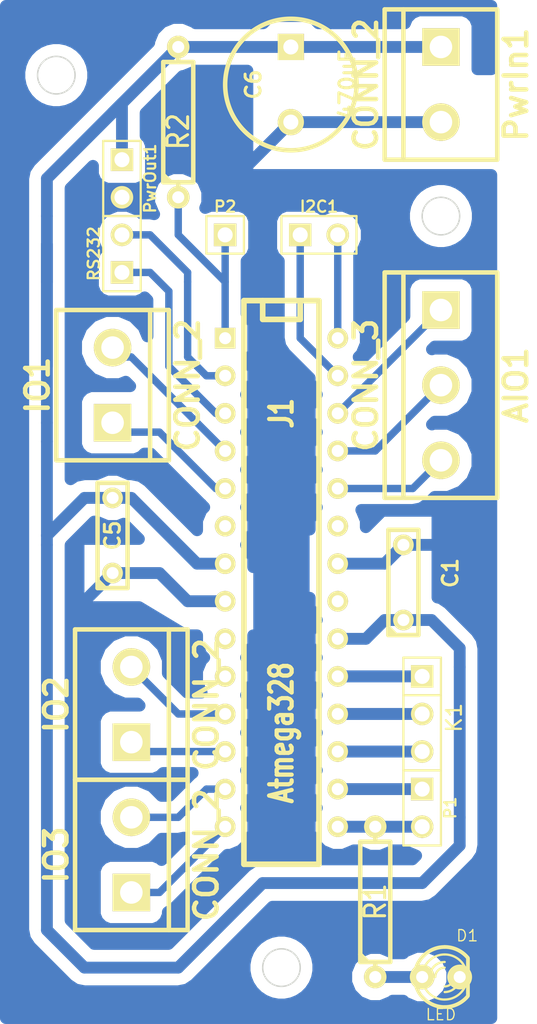
<source format=kicad_pcb>
(kicad_pcb (version 3) (host pcbnew "(2013-jul-07)-stable")

  (general
    (links 36)
    (no_connects 0)
    (area 189.23 73.342599 225.8694 143.46545)
    (thickness 1.6)
    (drawings 3)
    (tracks 95)
    (zones 0)
    (modules 18)
    (nets 23)
  )

  (page A3)
  (layers
    (15 F.Cu signal)
    (0 B.Cu mixed)
    (17 F.Adhes user)
    (19 F.Paste user)
    (21 F.SilkS user)
    (23 F.Mask user)
    (28 Edge.Cuts user)
  )

  (setup
    (last_trace_width 0.8)
    (trace_clearance 0.8)
    (zone_clearance 0.8)
    (zone_45_only no)
    (trace_min 0.254)
    (segment_width 0.2)
    (edge_width 0.1)
    (via_size 0.889)
    (via_drill 0.635)
    (via_min_size 0.889)
    (via_min_drill 0.508)
    (uvia_size 0.508)
    (uvia_drill 0.127)
    (uvias_allowed no)
    (uvia_min_size 0.508)
    (uvia_min_drill 0.127)
    (pcb_text_width 0.3)
    (pcb_text_size 1.5 1.5)
    (mod_edge_width 0.15)
    (mod_text_size 1 1)
    (mod_text_width 0.15)
    (pad_size 1.524 1.524)
    (pad_drill 1.016)
    (pad_to_mask_clearance 0.2)
    (solder_mask_min_width 0.3)
    (aux_axis_origin 0 0)
    (visible_elements FFFFFFBF)
    (pcbplotparams
      (layerselection 10485761)
      (usegerberextensions false)
      (excludeedgelayer false)
      (linewidth 0.150000)
      (plotframeref false)
      (viasonmask false)
      (mode 1)
      (useauxorigin false)
      (hpglpennumber 1)
      (hpglpenspeed 20)
      (hpglpendiameter 15)
      (hpglpenoverlay 2)
      (psnegative false)
      (psa4output false)
      (plotreference true)
      (plotvalue true)
      (plotothertext true)
      (plotinvisibletext false)
      (padsonsilk false)
      (subtractmaskfromsilk false)
      (outputformat 5)
      (mirror false)
      (drillshape 0)
      (scaleselection 1)
      (outputdirectory output/))
  )

  (net 0 "")
  (net 1 /5V)
  (net 2 GND)
  (net 3 N-0000010)
  (net 4 N-0000011)
  (net 5 N-0000012)
  (net 6 N-0000013)
  (net 7 N-0000014)
  (net 8 N-0000015)
  (net 9 N-0000016)
  (net 10 N-0000017)
  (net 11 N-0000018)
  (net 12 N-0000019)
  (net 13 N-0000020)
  (net 14 N-0000021)
  (net 15 N-0000022)
  (net 16 N-0000023)
  (net 17 N-0000024)
  (net 18 N-0000025)
  (net 19 N-0000026)
  (net 20 N-0000027)
  (net 21 N-000008)
  (net 22 N-000009)

  (net_class Default "This is the default net class."
    (clearance 0.8)
    (trace_width 0.8)
    (via_dia 0.889)
    (via_drill 0.635)
    (uvia_dia 0.508)
    (uvia_drill 0.127)
    (add_net "")
    (add_net /5V)
    (add_net GND)
  )

  (net_class sig ""
    (clearance 0.5)
    (trace_width 0.5)
    (via_dia 0.889)
    (via_drill 0.635)
    (uvia_dia 0.508)
    (uvia_drill 0.127)
    (add_net N-0000010)
    (add_net N-0000011)
    (add_net N-0000012)
    (add_net N-0000013)
    (add_net N-0000014)
    (add_net N-0000015)
    (add_net N-0000016)
    (add_net N-0000017)
    (add_net N-0000018)
    (add_net N-0000019)
    (add_net N-0000020)
    (add_net N-0000021)
    (add_net N-0000022)
    (add_net N-0000023)
    (add_net N-0000024)
    (add_net N-0000025)
    (add_net N-0000026)
    (add_net N-0000027)
    (add_net N-000008)
    (add_net N-000009)
  )

  (module R4 (layer F.Cu) (tedit 5380B606) (tstamp 533C410D)
    (at 201.295 81.915 90)
    (descr "Resitance 4 pas")
    (tags R)
    (path /533C4AD8)
    (autoplace_cost180 10)
    (fp_text reference R2 (at -0.635 0 90) (layer F.SilkS)
      (effects (font (size 1.397 1.27) (thickness 0.2032)))
    )
    (fp_text value 4.7K (at 0 0 90) (layer F.SilkS) hide
      (effects (font (size 1.397 1.27) (thickness 0.2032)))
    )
    (fp_line (start -5.08 0) (end -4.064 0) (layer F.SilkS) (width 0.3048))
    (fp_line (start -4.064 0) (end -4.064 -1.016) (layer F.SilkS) (width 0.3048))
    (fp_line (start -4.064 -1.016) (end 4.064 -1.016) (layer F.SilkS) (width 0.3048))
    (fp_line (start 4.064 -1.016) (end 4.064 1.016) (layer F.SilkS) (width 0.3048))
    (fp_line (start 4.064 1.016) (end -4.064 1.016) (layer F.SilkS) (width 0.3048))
    (fp_line (start -4.064 1.016) (end -4.064 0) (layer F.SilkS) (width 0.3048))
    (fp_line (start -4.064 -0.508) (end -3.556 -1.016) (layer F.SilkS) (width 0.3048))
    (fp_line (start 5.08 0) (end 4.064 0) (layer F.SilkS) (width 0.3048))
    (pad 1 thru_hole circle (at -5.08 0 90) (size 1.524 1.524) (drill 0.8128)
      (layers *.Cu *.Mask F.SilkS)
      (net 11 N-0000018)
    )
    (pad 2 thru_hole circle (at 5.08 0 90) (size 1.524 1.524) (drill 0.8128)
      (layers *.Cu *.Mask F.SilkS)
      (net 1 /5V)
    )
    (model discret/resistor.wrl
      (at (xyz 0 0 0))
      (scale (xyz 0.4 0.4 0.4))
      (rotate (xyz 0 0 0))
    )
  )

  (module DIP-28__300 (layer F.Cu) (tedit 533C41C1) (tstamp 533C41AA)
    (at 208.28 113.03 270)
    (descr "28 pins DIL package, round pads, width 300mil")
    (tags DIL)
    (path /533C3994)
    (fp_text reference J1 (at -11.43 0 270) (layer F.SilkS)
      (effects (font (size 1.524 1.143) (thickness 0.3048)))
    )
    (fp_text value Atmega328 (at 10.16 0 270) (layer F.SilkS)
      (effects (font (size 1.524 1.143) (thickness 0.3048)))
    )
    (fp_line (start -19.05 -2.54) (end 19.05 -2.54) (layer F.SilkS) (width 0.381))
    (fp_line (start 19.05 -2.54) (end 19.05 2.54) (layer F.SilkS) (width 0.381))
    (fp_line (start 19.05 2.54) (end -19.05 2.54) (layer F.SilkS) (width 0.381))
    (fp_line (start -19.05 2.54) (end -19.05 -2.54) (layer F.SilkS) (width 0.381))
    (fp_line (start -19.05 -1.27) (end -17.78 -1.27) (layer F.SilkS) (width 0.381))
    (fp_line (start -17.78 -1.27) (end -17.78 1.27) (layer F.SilkS) (width 0.381))
    (fp_line (start -17.78 1.27) (end -19.05 1.27) (layer F.SilkS) (width 0.381))
    (pad 2 thru_hole circle (at -13.97 3.81 270) (size 1.397 1.397) (drill 0.8128)
      (layers *.Cu *.Mask F.SilkS)
      (net 4 N-0000011)
    )
    (pad 3 thru_hole circle (at -11.43 3.81 270) (size 1.397 1.397) (drill 0.8128)
      (layers *.Cu *.Mask F.SilkS)
      (net 12 N-0000019)
    )
    (pad 4 thru_hole circle (at -8.89 3.81 270) (size 1.397 1.397) (drill 0.8128)
      (layers *.Cu *.Mask F.SilkS)
      (net 13 N-0000020)
    )
    (pad 5 thru_hole circle (at -6.35 3.81 270) (size 1.397 1.397) (drill 0.8128)
      (layers *.Cu *.Mask F.SilkS)
      (net 14 N-0000021)
    )
    (pad 6 thru_hole circle (at -3.81 3.81 270) (size 1.397 1.397) (drill 0.8128)
      (layers *.Cu *.Mask F.SilkS)
    )
    (pad 7 thru_hole circle (at -1.27 3.81 270) (size 1.397 1.397) (drill 0.8128)
      (layers *.Cu *.Mask F.SilkS)
      (net 1 /5V)
    )
    (pad 8 thru_hole circle (at 1.27 3.81 270) (size 1.397 1.397) (drill 0.8128)
      (layers *.Cu *.Mask F.SilkS)
      (net 2 GND)
    )
    (pad 9 thru_hole circle (at 3.81 3.81 270) (size 1.397 1.397) (drill 0.8128)
      (layers *.Cu *.Mask F.SilkS)
    )
    (pad 10 thru_hole circle (at 6.35 3.81 270) (size 1.397 1.397) (drill 0.8128)
      (layers *.Cu *.Mask F.SilkS)
    )
    (pad 11 thru_hole circle (at 8.89 3.81 270) (size 1.397 1.397) (drill 0.8128)
      (layers *.Cu *.Mask F.SilkS)
      (net 3 N-0000010)
    )
    (pad 12 thru_hole circle (at 11.43 3.81 270) (size 1.397 1.397) (drill 0.8128)
      (layers *.Cu *.Mask F.SilkS)
      (net 15 N-0000022)
    )
    (pad 13 thru_hole circle (at 13.97 3.81 270) (size 1.397 1.397) (drill 0.8128)
      (layers *.Cu *.Mask F.SilkS)
      (net 16 N-0000023)
    )
    (pad 14 thru_hole circle (at 16.51 3.81 270) (size 1.397 1.397) (drill 0.8128)
      (layers *.Cu *.Mask F.SilkS)
      (net 17 N-0000024)
    )
    (pad 1 thru_hole rect (at -16.51 3.81 270) (size 1.397 1.397) (drill 0.8128)
      (layers *.Cu *.Mask F.SilkS)
      (net 11 N-0000018)
    )
    (pad 15 thru_hole circle (at 16.51 -3.81 270) (size 1.397 1.397) (drill 0.8128)
      (layers *.Cu *.Mask F.SilkS)
      (net 6 N-0000013)
    )
    (pad 16 thru_hole circle (at 13.97 -3.81 270) (size 1.397 1.397) (drill 0.8128)
      (layers *.Cu *.Mask F.SilkS)
      (net 7 N-0000014)
    )
    (pad 17 thru_hole circle (at 11.43 -3.81 270) (size 1.397 1.397) (drill 0.8128)
      (layers *.Cu *.Mask F.SilkS)
      (net 8 N-0000015)
    )
    (pad 18 thru_hole circle (at 8.89 -3.81 270) (size 1.397 1.397) (drill 0.8128)
      (layers *.Cu *.Mask F.SilkS)
      (net 9 N-0000016)
    )
    (pad 19 thru_hole circle (at 6.35 -3.81 270) (size 1.397 1.397) (drill 0.8128)
      (layers *.Cu *.Mask F.SilkS)
      (net 10 N-0000017)
    )
    (pad 20 thru_hole circle (at 3.81 -3.81 270) (size 1.397 1.397) (drill 0.8128)
      (layers *.Cu *.Mask F.SilkS)
      (net 1 /5V)
    )
    (pad 21 thru_hole circle (at 1.27 -3.81 270) (size 1.397 1.397) (drill 0.8128)
      (layers *.Cu *.Mask F.SilkS)
    )
    (pad 22 thru_hole circle (at -1.27 -3.81 270) (size 1.397 1.397) (drill 0.8128)
      (layers *.Cu *.Mask F.SilkS)
      (net 2 GND)
    )
    (pad 23 thru_hole circle (at -3.81 -3.81 270) (size 1.397 1.397) (drill 0.8128)
      (layers *.Cu *.Mask F.SilkS)
    )
    (pad 24 thru_hole circle (at -6.35 -3.81 270) (size 1.397 1.397) (drill 0.8128)
      (layers *.Cu *.Mask F.SilkS)
      (net 20 N-0000027)
    )
    (pad 25 thru_hole circle (at -8.89 -3.81 270) (size 1.397 1.397) (drill 0.8128)
      (layers *.Cu *.Mask F.SilkS)
      (net 19 N-0000026)
    )
    (pad 26 thru_hole circle (at -11.43 -3.81 270) (size 1.397 1.397) (drill 0.8128)
      (layers *.Cu *.Mask F.SilkS)
      (net 18 N-0000025)
    )
    (pad 27 thru_hole circle (at -13.97 -3.81 270) (size 1.397 1.397) (drill 0.8128)
      (layers *.Cu *.Mask F.SilkS)
      (net 21 N-000008)
    )
    (pad 28 thru_hole circle (at -16.51 -3.81 270) (size 1.397 1.397) (drill 0.8128)
      (layers *.Cu *.Mask F.SilkS)
      (net 22 N-000009)
    )
    (model dil/dil_28-w300.wrl
      (at (xyz 0 0 0))
      (scale (xyz 1 1 1))
      (rotate (xyz 0 0 0))
    )
  )

  (module C2 (layer F.Cu) (tedit 200000) (tstamp 533C41D2)
    (at 196.85 109.855 90)
    (descr "Condensateur = 2 pas")
    (tags C)
    (path /533C3B9C)
    (fp_text reference C5 (at 0 0 90) (layer F.SilkS)
      (effects (font (size 1.016 1.016) (thickness 0.2032)))
    )
    (fp_text value 100nF (at 0 0 90) (layer F.SilkS) hide
      (effects (font (size 1.016 1.016) (thickness 0.2032)))
    )
    (fp_line (start -3.556 -1.016) (end 3.556 -1.016) (layer F.SilkS) (width 0.3048))
    (fp_line (start 3.556 -1.016) (end 3.556 1.016) (layer F.SilkS) (width 0.3048))
    (fp_line (start 3.556 1.016) (end -3.556 1.016) (layer F.SilkS) (width 0.3048))
    (fp_line (start -3.556 1.016) (end -3.556 -1.016) (layer F.SilkS) (width 0.3048))
    (fp_line (start -3.556 -0.508) (end -3.048 -1.016) (layer F.SilkS) (width 0.3048))
    (pad 1 thru_hole circle (at -2.54 0 90) (size 1.397 1.397) (drill 0.8128)
      (layers *.Cu *.Mask F.SilkS)
      (net 2 GND)
    )
    (pad 2 thru_hole circle (at 2.54 0 90) (size 1.397 1.397) (drill 0.8128)
      (layers *.Cu *.Mask F.SilkS)
      (net 1 /5V)
    )
    (model discret/capa_2pas_5x5mm.wrl
      (at (xyz 0 0 0))
      (scale (xyz 1 1 1))
      (rotate (xyz 0 0 0))
    )
  )

  (module C2 (layer F.Cu) (tedit 5380B5E3) (tstamp 5380B45C)
    (at 216.535 113.03 90)
    (descr "Condensateur = 2 pas")
    (tags C)
    (path /5380B35E)
    (fp_text reference C1 (at 0.635 3.175 90) (layer F.SilkS)
      (effects (font (size 1.016 1.016) (thickness 0.2032)))
    )
    (fp_text value 100nF (at 0 0 90) (layer F.SilkS) hide
      (effects (font (size 1.016 1.016) (thickness 0.2032)))
    )
    (fp_line (start -3.556 -1.016) (end 3.556 -1.016) (layer F.SilkS) (width 0.3048))
    (fp_line (start 3.556 -1.016) (end 3.556 1.016) (layer F.SilkS) (width 0.3048))
    (fp_line (start 3.556 1.016) (end -3.556 1.016) (layer F.SilkS) (width 0.3048))
    (fp_line (start -3.556 1.016) (end -3.556 -1.016) (layer F.SilkS) (width 0.3048))
    (fp_line (start -3.556 -0.508) (end -3.048 -1.016) (layer F.SilkS) (width 0.3048))
    (pad 1 thru_hole circle (at -2.54 0 90) (size 1.397 1.397) (drill 0.8128)
      (layers *.Cu *.Mask F.SilkS)
      (net 1 /5V)
    )
    (pad 2 thru_hole circle (at 2.54 0 90) (size 1.397 1.397) (drill 0.8128)
      (layers *.Cu *.Mask F.SilkS)
      (net 2 GND)
    )
    (model discret/capa_2pas_5x5mm.wrl
      (at (xyz 0 0 0))
      (scale (xyz 1 1 1))
      (rotate (xyz 0 0 0))
    )
  )

  (module C2V8 (layer F.Cu) (tedit 53AC2666) (tstamp 53AC245C)
    (at 208.915 79.375 270)
    (descr "Condensateur polarise")
    (tags CP)
    (path /533C439A)
    (fp_text reference C6 (at 0 2.54 270) (layer F.SilkS)
      (effects (font (size 1.016 1.016) (thickness 0.2032)))
    )
    (fp_text value 470uF (at 0 -3.81 270) (layer F.SilkS)
      (effects (font (size 1.016 1.016) (thickness 0.2032)))
    )
    (fp_circle (center 0 0) (end -4.445 0) (layer F.SilkS) (width 0.3048))
    (pad 1 thru_hole rect (at -2.54 0 270) (size 1.778 1.778) (drill 1.016)
      (layers *.Cu *.Mask F.SilkS)
      (net 1 /5V)
    )
    (pad 2 thru_hole circle (at 2.54 0 270) (size 1.778 1.778) (drill 1.016)
      (layers *.Cu *.Mask F.SilkS)
      (net 2 GND)
    )
    (model discret/c_vert_c2v10.wrl
      (at (xyz 0 0 0))
      (scale (xyz 1 1 1))
      (rotate (xyz 0 0 0))
    )
  )

  (module PIN_ARRAY_3X1 (layer F.Cu) (tedit 4C1130E0) (tstamp 53AC272C)
    (at 217.805 121.92 270)
    (descr "Connecteur 3 pins")
    (tags "CONN DEV")
    (path /53AC271D)
    (fp_text reference K1 (at 0.254 -2.159 270) (layer F.SilkS)
      (effects (font (size 1.016 1.016) (thickness 0.1524)))
    )
    (fp_text value IO5 (at 0 -2.159 270) (layer F.SilkS) hide
      (effects (font (size 1.016 1.016) (thickness 0.1524)))
    )
    (fp_line (start -3.81 1.27) (end -3.81 -1.27) (layer F.SilkS) (width 0.1524))
    (fp_line (start -3.81 -1.27) (end 3.81 -1.27) (layer F.SilkS) (width 0.1524))
    (fp_line (start 3.81 -1.27) (end 3.81 1.27) (layer F.SilkS) (width 0.1524))
    (fp_line (start 3.81 1.27) (end -3.81 1.27) (layer F.SilkS) (width 0.1524))
    (fp_line (start -1.27 -1.27) (end -1.27 1.27) (layer F.SilkS) (width 0.1524))
    (pad 1 thru_hole rect (at -2.54 0 270) (size 1.524 1.524) (drill 1.016)
      (layers *.Cu *.Mask F.SilkS)
      (net 10 N-0000017)
    )
    (pad 2 thru_hole circle (at 0 0 270) (size 1.524 1.524) (drill 1.016)
      (layers *.Cu *.Mask F.SilkS)
      (net 9 N-0000016)
    )
    (pad 3 thru_hole circle (at 2.54 0 270) (size 1.524 1.524) (drill 1.016)
      (layers *.Cu *.Mask F.SilkS)
      (net 8 N-0000015)
    )
    (model pin_array/pins_array_3x1.wrl
      (at (xyz 0 0 0))
      (scale (xyz 1 1 1))
      (rotate (xyz 0 0 0))
    )
  )

  (module PIN_ARRAY_2X1 (layer F.Cu) (tedit 4565C520) (tstamp 53AC2736)
    (at 217.805 128.27 270)
    (descr "Connecteurs 2 pins")
    (tags "CONN DEV")
    (path /53AC272C)
    (fp_text reference P1 (at 0 -1.905 270) (layer F.SilkS)
      (effects (font (size 0.762 0.762) (thickness 0.1524)))
    )
    (fp_text value IO4 (at 0 -1.905 270) (layer F.SilkS) hide
      (effects (font (size 0.762 0.762) (thickness 0.1524)))
    )
    (fp_line (start -2.54 1.27) (end -2.54 -1.27) (layer F.SilkS) (width 0.1524))
    (fp_line (start -2.54 -1.27) (end 2.54 -1.27) (layer F.SilkS) (width 0.1524))
    (fp_line (start 2.54 -1.27) (end 2.54 1.27) (layer F.SilkS) (width 0.1524))
    (fp_line (start 2.54 1.27) (end -2.54 1.27) (layer F.SilkS) (width 0.1524))
    (pad 1 thru_hole rect (at -1.27 0 270) (size 1.524 1.524) (drill 1.016)
      (layers *.Cu *.Mask F.SilkS)
      (net 7 N-0000014)
    )
    (pad 2 thru_hole circle (at 1.27 0 270) (size 1.524 1.524) (drill 1.016)
      (layers *.Cu *.Mask F.SilkS)
      (net 6 N-0000013)
    )
    (model pin_array/pins_array_2x1.wrl
      (at (xyz 0 0 0))
      (scale (xyz 1 1 1))
      (rotate (xyz 0 0 0))
    )
  )

  (module R4 (layer F.Cu) (tedit 200000) (tstamp 53AD3B45)
    (at 214.63 134.62 90)
    (descr "Resitance 4 pas")
    (tags R)
    (path /53AD42A7)
    (autoplace_cost180 10)
    (fp_text reference R1 (at 0 0 90) (layer F.SilkS)
      (effects (font (size 1.397 1.27) (thickness 0.2032)))
    )
    (fp_text value 10K (at 0 0 90) (layer F.SilkS) hide
      (effects (font (size 1.397 1.27) (thickness 0.2032)))
    )
    (fp_line (start -5.08 0) (end -4.064 0) (layer F.SilkS) (width 0.3048))
    (fp_line (start -4.064 0) (end -4.064 -1.016) (layer F.SilkS) (width 0.3048))
    (fp_line (start -4.064 -1.016) (end 4.064 -1.016) (layer F.SilkS) (width 0.3048))
    (fp_line (start 4.064 -1.016) (end 4.064 1.016) (layer F.SilkS) (width 0.3048))
    (fp_line (start 4.064 1.016) (end -4.064 1.016) (layer F.SilkS) (width 0.3048))
    (fp_line (start -4.064 1.016) (end -4.064 0) (layer F.SilkS) (width 0.3048))
    (fp_line (start -4.064 -0.508) (end -3.556 -1.016) (layer F.SilkS) (width 0.3048))
    (fp_line (start 5.08 0) (end 4.064 0) (layer F.SilkS) (width 0.3048))
    (pad 1 thru_hole circle (at -5.08 0 90) (size 1.524 1.524) (drill 0.8128)
      (layers *.Cu *.Mask F.SilkS)
      (net 5 N-0000012)
    )
    (pad 2 thru_hole circle (at 5.08 0 90) (size 1.524 1.524) (drill 0.8128)
      (layers *.Cu *.Mask F.SilkS)
      (net 6 N-0000013)
    )
    (model discret/resistor.wrl
      (at (xyz 0 0 0))
      (scale (xyz 0.4 0.4 0.4))
      (rotate (xyz 0 0 0))
    )
  )

  (module PIN_ARRAY_2X1 (layer F.Cu) (tedit 4565C520) (tstamp 53AD3B4F)
    (at 197.485 85.725 270)
    (descr "Connecteurs 2 pins")
    (tags "CONN DEV")
    (path /53AD3950)
    (fp_text reference PwrOut1 (at 0 -1.905 270) (layer F.SilkS)
      (effects (font (size 0.762 0.762) (thickness 0.1524)))
    )
    (fp_text value CONN_2 (at 0 -1.905 270) (layer F.SilkS) hide
      (effects (font (size 0.762 0.762) (thickness 0.1524)))
    )
    (fp_line (start -2.54 1.27) (end -2.54 -1.27) (layer F.SilkS) (width 0.1524))
    (fp_line (start -2.54 -1.27) (end 2.54 -1.27) (layer F.SilkS) (width 0.1524))
    (fp_line (start 2.54 -1.27) (end 2.54 1.27) (layer F.SilkS) (width 0.1524))
    (fp_line (start 2.54 1.27) (end -2.54 1.27) (layer F.SilkS) (width 0.1524))
    (pad 1 thru_hole rect (at -1.27 0 270) (size 1.524 1.524) (drill 1.016)
      (layers *.Cu *.Mask F.SilkS)
      (net 1 /5V)
    )
    (pad 2 thru_hole circle (at 1.27 0 270) (size 1.524 1.524) (drill 1.016)
      (layers *.Cu *.Mask F.SilkS)
      (net 2 GND)
    )
    (model pin_array/pins_array_2x1.wrl
      (at (xyz 0 0 0))
      (scale (xyz 1 1 1))
      (rotate (xyz 0 0 0))
    )
  )

  (module LED-3MM (layer F.Cu) (tedit 50ADE848) (tstamp 53AD3B68)
    (at 219.075 139.7)
    (descr "LED 3mm - Lead pitch 100mil (2,54mm)")
    (tags "LED led 3mm 3MM 100mil 2,54mm")
    (path /53AD3BF7)
    (fp_text reference D1 (at 1.778 -2.794) (layer F.SilkS)
      (effects (font (size 0.762 0.762) (thickness 0.0889)))
    )
    (fp_text value LED (at 0 2.54) (layer F.SilkS)
      (effects (font (size 0.762 0.762) (thickness 0.0889)))
    )
    (fp_line (start 1.8288 1.27) (end 1.8288 -1.27) (layer F.SilkS) (width 0.254))
    (fp_arc (start 0.254 0) (end -1.27 0) (angle 39.8) (layer F.SilkS) (width 0.1524))
    (fp_arc (start 0.254 0) (end -0.88392 1.01092) (angle 41.6) (layer F.SilkS) (width 0.1524))
    (fp_arc (start 0.254 0) (end 1.4097 -0.9906) (angle 40.6) (layer F.SilkS) (width 0.1524))
    (fp_arc (start 0.254 0) (end 1.778 0) (angle 39.8) (layer F.SilkS) (width 0.1524))
    (fp_arc (start 0.254 0) (end 0.254 -1.524) (angle 54.4) (layer F.SilkS) (width 0.1524))
    (fp_arc (start 0.254 0) (end -0.9652 -0.9144) (angle 53.1) (layer F.SilkS) (width 0.1524))
    (fp_arc (start 0.254 0) (end 1.45542 0.93472) (angle 52.1) (layer F.SilkS) (width 0.1524))
    (fp_arc (start 0.254 0) (end 0.254 1.524) (angle 52.1) (layer F.SilkS) (width 0.1524))
    (fp_arc (start 0.254 0) (end -0.381 0) (angle 90) (layer F.SilkS) (width 0.1524))
    (fp_arc (start 0.254 0) (end -0.762 0) (angle 90) (layer F.SilkS) (width 0.1524))
    (fp_arc (start 0.254 0) (end 0.889 0) (angle 90) (layer F.SilkS) (width 0.1524))
    (fp_arc (start 0.254 0) (end 1.27 0) (angle 90) (layer F.SilkS) (width 0.1524))
    (fp_arc (start 0.254 0) (end 0.254 -2.032) (angle 50.1) (layer F.SilkS) (width 0.254))
    (fp_arc (start 0.254 0) (end -1.5367 -0.95504) (angle 61.9) (layer F.SilkS) (width 0.254))
    (fp_arc (start 0.254 0) (end 1.8034 1.31064) (angle 49.7) (layer F.SilkS) (width 0.254))
    (fp_arc (start 0.254 0) (end 0.254 2.032) (angle 60.2) (layer F.SilkS) (width 0.254))
    (fp_arc (start 0.254 0) (end -1.778 0) (angle 28.3) (layer F.SilkS) (width 0.254))
    (fp_arc (start 0.254 0) (end -1.47574 1.06426) (angle 31.6) (layer F.SilkS) (width 0.254))
    (pad 1 thru_hole circle (at -1.27 0) (size 1.6764 1.6764) (drill 0.8128)
      (layers *.Cu *.Mask F.SilkS)
      (net 5 N-0000012)
    )
    (pad 2 thru_hole circle (at 1.27 0) (size 1.6764 1.6764) (drill 0.8128)
      (layers *.Cu *.Mask F.SilkS)
      (net 2 GND)
    )
    (model discret/leds/led3_vertical_verde.wrl
      (at (xyz 0 0 0))
      (scale (xyz 1 1 1))
      (rotate (xyz 0 0 0))
    )
  )

  (module bornier2 (layer F.Cu) (tedit 3EC0ED69) (tstamp 53AD3B73)
    (at 219.075 79.375 270)
    (descr "Bornier d'alimentation 2 pins")
    (tags DEV)
    (path /533C3949)
    (fp_text reference PwrIn1 (at 0 -5.08 270) (layer F.SilkS)
      (effects (font (size 1.524 1.524) (thickness 0.3048)))
    )
    (fp_text value CONN_2 (at 0 5.08 270) (layer F.SilkS)
      (effects (font (size 1.524 1.524) (thickness 0.3048)))
    )
    (fp_line (start 5.08 2.54) (end -5.08 2.54) (layer F.SilkS) (width 0.3048))
    (fp_line (start 5.08 3.81) (end 5.08 -3.81) (layer F.SilkS) (width 0.3048))
    (fp_line (start 5.08 -3.81) (end -5.08 -3.81) (layer F.SilkS) (width 0.3048))
    (fp_line (start -5.08 -3.81) (end -5.08 3.81) (layer F.SilkS) (width 0.3048))
    (fp_line (start -5.08 3.81) (end 5.08 3.81) (layer F.SilkS) (width 0.3048))
    (pad 1 thru_hole rect (at -2.54 0 270) (size 2.54 2.54) (drill 1.524)
      (layers *.Cu *.Mask F.SilkS)
      (net 1 /5V)
    )
    (pad 2 thru_hole circle (at 2.54 0 270) (size 2.54 2.54) (drill 1.524)
      (layers *.Cu *.Mask F.SilkS)
      (net 2 GND)
    )
    (model device/bornier_2.wrl
      (at (xyz 0 0 0))
      (scale (xyz 1 1 1))
      (rotate (xyz 0 0 0))
    )
  )

  (module PIN_ARRAY_2X1 (layer F.Cu) (tedit 4565C520) (tstamp 53AD4060)
    (at 210.82 89.535)
    (descr "Connecteurs 2 pins")
    (tags "CONN DEV")
    (path /5380B486)
    (fp_text reference I2C1 (at 0 -1.905) (layer F.SilkS)
      (effects (font (size 0.762 0.762) (thickness 0.1524)))
    )
    (fp_text value CONN_2 (at 0 -1.905) (layer F.SilkS) hide
      (effects (font (size 0.762 0.762) (thickness 0.1524)))
    )
    (fp_line (start -2.54 1.27) (end -2.54 -1.27) (layer F.SilkS) (width 0.1524))
    (fp_line (start -2.54 -1.27) (end 2.54 -1.27) (layer F.SilkS) (width 0.1524))
    (fp_line (start 2.54 -1.27) (end 2.54 1.27) (layer F.SilkS) (width 0.1524))
    (fp_line (start 2.54 1.27) (end -2.54 1.27) (layer F.SilkS) (width 0.1524))
    (pad 1 thru_hole rect (at -1.27 0) (size 1.524 1.524) (drill 1.016)
      (layers *.Cu *.Mask F.SilkS)
      (net 21 N-000008)
    )
    (pad 2 thru_hole circle (at 1.27 0) (size 1.524 1.524) (drill 1.016)
      (layers *.Cu *.Mask F.SilkS)
      (net 22 N-000009)
    )
    (model pin_array/pins_array_2x1.wrl
      (at (xyz 0 0 0))
      (scale (xyz 1 1 1))
      (rotate (xyz 0 0 0))
    )
  )

  (module bornier2 (layer F.Cu) (tedit 3EC0ED69) (tstamp 53AD4081)
    (at 196.85 99.695 90)
    (descr "Bornier d'alimentation 2 pins")
    (tags DEV)
    (path /53AD458E)
    (fp_text reference IO1 (at 0 -5.08 90) (layer F.SilkS)
      (effects (font (size 1.524 1.524) (thickness 0.3048)))
    )
    (fp_text value CONN_2 (at 0 5.08 90) (layer F.SilkS)
      (effects (font (size 1.524 1.524) (thickness 0.3048)))
    )
    (fp_line (start 5.08 2.54) (end -5.08 2.54) (layer F.SilkS) (width 0.3048))
    (fp_line (start 5.08 3.81) (end 5.08 -3.81) (layer F.SilkS) (width 0.3048))
    (fp_line (start 5.08 -3.81) (end -5.08 -3.81) (layer F.SilkS) (width 0.3048))
    (fp_line (start -5.08 -3.81) (end -5.08 3.81) (layer F.SilkS) (width 0.3048))
    (fp_line (start -5.08 3.81) (end 5.08 3.81) (layer F.SilkS) (width 0.3048))
    (pad 1 thru_hole rect (at -2.54 0 90) (size 2.54 2.54) (drill 1.524)
      (layers *.Cu *.Mask F.SilkS)
      (net 14 N-0000021)
    )
    (pad 2 thru_hole circle (at 2.54 0 90) (size 2.54 2.54) (drill 1.524)
      (layers *.Cu *.Mask F.SilkS)
      (net 13 N-0000020)
    )
    (model device/bornier_2.wrl
      (at (xyz 0 0 0))
      (scale (xyz 1 1 1))
      (rotate (xyz 0 0 0))
    )
  )

  (module PIN_ARRAY_2X1 (layer F.Cu) (tedit 4565C520) (tstamp 53AD3F08)
    (at 197.485 90.805 90)
    (descr "Connecteurs 2 pins")
    (tags "CONN DEV")
    (path /53AD4625)
    (fp_text reference RS232 (at 0 -1.905 90) (layer F.SilkS)
      (effects (font (size 0.762 0.762) (thickness 0.1524)))
    )
    (fp_text value CONN_2 (at 0 -1.905 90) (layer F.SilkS) hide
      (effects (font (size 0.762 0.762) (thickness 0.1524)))
    )
    (fp_line (start -2.54 1.27) (end -2.54 -1.27) (layer F.SilkS) (width 0.1524))
    (fp_line (start -2.54 -1.27) (end 2.54 -1.27) (layer F.SilkS) (width 0.1524))
    (fp_line (start 2.54 -1.27) (end 2.54 1.27) (layer F.SilkS) (width 0.1524))
    (fp_line (start 2.54 1.27) (end -2.54 1.27) (layer F.SilkS) (width 0.1524))
    (pad 1 thru_hole rect (at -1.27 0 90) (size 1.524 1.524) (drill 1.016)
      (layers *.Cu *.Mask F.SilkS)
      (net 12 N-0000019)
    )
    (pad 2 thru_hole circle (at 1.27 0 90) (size 1.524 1.524) (drill 1.016)
      (layers *.Cu *.Mask F.SilkS)
      (net 4 N-0000011)
    )
    (model pin_array/pins_array_2x1.wrl
      (at (xyz 0 0 0))
      (scale (xyz 1 1 1))
      (rotate (xyz 0 0 0))
    )
  )

  (module bornier3 (layer F.Cu) (tedit 3EC0ECFA) (tstamp 53AD407D)
    (at 219.075 99.695 270)
    (descr "Bornier d'alimentation 3 pins")
    (tags DEV)
    (path /533C403E)
    (fp_text reference AIO1 (at 0 -5.08 270) (layer F.SilkS)
      (effects (font (size 1.524 1.524) (thickness 0.3048)))
    )
    (fp_text value CONN_3 (at 0 5.08 270) (layer F.SilkS)
      (effects (font (size 1.524 1.524) (thickness 0.3048)))
    )
    (fp_line (start -7.62 3.81) (end -7.62 -3.81) (layer F.SilkS) (width 0.3048))
    (fp_line (start 7.62 3.81) (end 7.62 -3.81) (layer F.SilkS) (width 0.3048))
    (fp_line (start -7.62 2.54) (end 7.62 2.54) (layer F.SilkS) (width 0.3048))
    (fp_line (start -7.62 -3.81) (end 7.62 -3.81) (layer F.SilkS) (width 0.3048))
    (fp_line (start -7.62 3.81) (end 7.62 3.81) (layer F.SilkS) (width 0.3048))
    (pad 1 thru_hole rect (at -5.08 0 270) (size 2.54 2.54) (drill 1.524)
      (layers *.Cu *.Mask F.SilkS)
      (net 18 N-0000025)
    )
    (pad 2 thru_hole circle (at 0 0 270) (size 2.54 2.54) (drill 1.524)
      (layers *.Cu *.Mask F.SilkS)
      (net 19 N-0000026)
    )
    (pad 3 thru_hole circle (at 5.08 0 270) (size 2.54 2.54) (drill 1.524)
      (layers *.Cu *.Mask F.SilkS)
      (net 20 N-0000027)
    )
    (model device/bornier_3.wrl
      (at (xyz 0 0 0))
      (scale (xyz 1 1 1))
      (rotate (xyz 0 0 0))
    )
  )

  (module PIN_ARRAY_1 (layer F.Cu) (tedit 4E4E744E) (tstamp 53AD3F0E)
    (at 204.47 89.535)
    (descr "1 pin")
    (tags "CONN DEV")
    (path /53AD3F1A)
    (fp_text reference P2 (at 0 -1.905) (layer F.SilkS)
      (effects (font (size 0.762 0.762) (thickness 0.1524)))
    )
    (fp_text value CONN_1 (at 0 -1.905) (layer F.SilkS) hide
      (effects (font (size 0.762 0.762) (thickness 0.1524)))
    )
    (fp_line (start 1.27 1.27) (end -1.27 1.27) (layer F.SilkS) (width 0.1524))
    (fp_line (start -1.27 -1.27) (end 1.27 -1.27) (layer F.SilkS) (width 0.1524))
    (fp_line (start -1.27 1.27) (end -1.27 -1.27) (layer F.SilkS) (width 0.1524))
    (fp_line (start 1.27 -1.27) (end 1.27 1.27) (layer F.SilkS) (width 0.1524))
    (pad 1 thru_hole rect (at 0 0) (size 1.524 1.524) (drill 1.016)
      (layers *.Cu *.Mask F.SilkS)
      (net 11 N-0000018)
    )
    (model pin_array\pin_1.wrl
      (at (xyz 0 0 0))
      (scale (xyz 1 1 1))
      (rotate (xyz 0 0 0))
    )
  )

  (module bornier2 (layer F.Cu) (tedit 3EC0ED69) (tstamp 541945D4)
    (at 198.12 131.445 90)
    (descr "Bornier d'alimentation 2 pins")
    (tags DEV)
    (path /5419453B)
    (fp_text reference IO3 (at 0 -5.08 90) (layer F.SilkS)
      (effects (font (size 1.524 1.524) (thickness 0.3048)))
    )
    (fp_text value CONN_2 (at 0 5.08 90) (layer F.SilkS)
      (effects (font (size 1.524 1.524) (thickness 0.3048)))
    )
    (fp_line (start 5.08 2.54) (end -5.08 2.54) (layer F.SilkS) (width 0.3048))
    (fp_line (start 5.08 3.81) (end 5.08 -3.81) (layer F.SilkS) (width 0.3048))
    (fp_line (start 5.08 -3.81) (end -5.08 -3.81) (layer F.SilkS) (width 0.3048))
    (fp_line (start -5.08 -3.81) (end -5.08 3.81) (layer F.SilkS) (width 0.3048))
    (fp_line (start -5.08 3.81) (end 5.08 3.81) (layer F.SilkS) (width 0.3048))
    (pad 1 thru_hole rect (at -2.54 0 90) (size 2.54 2.54) (drill 1.524)
      (layers *.Cu *.Mask F.SilkS)
      (net 17 N-0000024)
    )
    (pad 2 thru_hole circle (at 2.54 0 90) (size 2.54 2.54) (drill 1.524)
      (layers *.Cu *.Mask F.SilkS)
      (net 16 N-0000023)
    )
    (model device/bornier_2.wrl
      (at (xyz 0 0 0))
      (scale (xyz 1 1 1))
      (rotate (xyz 0 0 0))
    )
  )

  (module bornier2 (layer F.Cu) (tedit 3EC0ED69) (tstamp 53AD4076)
    (at 198.12 121.285 90)
    (descr "Bornier d'alimentation 2 pins")
    (tags DEV)
    (path /54194541)
    (fp_text reference IO2 (at 0 -5.08 90) (layer F.SilkS)
      (effects (font (size 1.524 1.524) (thickness 0.3048)))
    )
    (fp_text value CONN_2 (at 0 5.08 90) (layer F.SilkS)
      (effects (font (size 1.524 1.524) (thickness 0.3048)))
    )
    (fp_line (start 5.08 2.54) (end -5.08 2.54) (layer F.SilkS) (width 0.3048))
    (fp_line (start 5.08 3.81) (end 5.08 -3.81) (layer F.SilkS) (width 0.3048))
    (fp_line (start 5.08 -3.81) (end -5.08 -3.81) (layer F.SilkS) (width 0.3048))
    (fp_line (start -5.08 -3.81) (end -5.08 3.81) (layer F.SilkS) (width 0.3048))
    (fp_line (start -5.08 3.81) (end 5.08 3.81) (layer F.SilkS) (width 0.3048))
    (pad 1 thru_hole rect (at -2.54 0 90) (size 2.54 2.54) (drill 1.524)
      (layers *.Cu *.Mask F.SilkS)
      (net 15 N-0000022)
    )
    (pad 2 thru_hole circle (at 2.54 0 90) (size 2.54 2.54) (drill 1.524)
      (layers *.Cu *.Mask F.SilkS)
      (net 3 N-0000010)
    )
    (model device/bornier_2.wrl
      (at (xyz 0 0 0))
      (scale (xyz 1 1 1))
      (rotate (xyz 0 0 0))
    )
  )

  (gr_circle (center 208.28 139.065) (end 209.55 139.065) (layer Edge.Cuts) (width 0.1))
  (gr_circle (center 219.075 88.265) (end 217.805 88.265) (layer Edge.Cuts) (width 0.1))
  (gr_circle (center 193.04 78.74) (end 194.31 78.74) (layer Edge.Cuts) (width 0.1))

  (segment (start 215.9 133.35) (end 207.01 133.35) (width 0.8) (layer B.Cu) (net 1))
  (segment (start 207.01 133.35) (end 201.295 139.065) (width 0.8) (layer B.Cu) (net 1) (tstamp 542A78E9))
  (segment (start 192.405 109.855) (end 194.945 107.315) (width 0.8) (layer B.Cu) (net 1))
  (segment (start 194.945 107.315) (end 196.85 107.315) (width 0.8) (layer B.Cu) (net 1) (tstamp 541948F4))
  (segment (start 192.405 110.49) (end 192.405 136.525) (width 0.8) (layer B.Cu) (net 1))
  (segment (start 192.405 110.49) (end 192.405 109.855) (width 0.8) (layer B.Cu) (net 1) (tstamp 54194804))
  (segment (start 193.04 137.16) (end 194.945 139.065) (width 0.8) (layer B.Cu) (net 1) (tstamp 54194809))
  (segment (start 194.945 139.065) (end 201.295 139.065) (width 0.8) (layer B.Cu) (net 1) (tstamp 53AC275E))
  (segment (start 192.405 136.525) (end 193.04 137.16) (width 0.8) (layer B.Cu) (net 1) (tstamp 54194806))
  (segment (start 196.85 107.315) (end 198.12 107.315) (width 0.8) (layer B.Cu) (net 1))
  (segment (start 198.12 107.315) (end 202.565 111.76) (width 0.8) (layer B.Cu) (net 1) (tstamp 541946AF))
  (segment (start 202.565 111.76) (end 204.47 111.76) (width 0.8) (layer B.Cu) (net 1) (tstamp 541946B1))
  (segment (start 197.485 84.455) (end 197.485 80.645) (width 0.8) (layer B.Cu) (net 1))
  (segment (start 197.485 80.645) (end 196.85 81.28) (width 0.8) (layer B.Cu) (net 1) (tstamp 541944C5))
  (segment (start 196.85 81.28) (end 197.485 80.645) (width 0.8) (layer B.Cu) (net 1) (tstamp 541944C7))
  (segment (start 220.345 118.745) (end 220.345 117.475) (width 0.8) (layer B.Cu) (net 1))
  (segment (start 218.44 115.57) (end 216.535 115.57) (width 0.8) (layer B.Cu) (net 1) (tstamp 53AD41F9))
  (segment (start 220.345 117.475) (end 218.44 115.57) (width 0.8) (layer B.Cu) (net 1) (tstamp 53AD41F7))
  (segment (start 220.345 130.81) (end 220.345 128.905) (width 0.8) (layer B.Cu) (net 1) (tstamp 53AD41E4))
  (segment (start 217.805 133.35) (end 220.345 130.81) (width 0.8) (layer B.Cu) (net 1) (tstamp 53AD41E0))
  (segment (start 215.9 133.35) (end 217.805 133.35) (width 0.8) (layer B.Cu) (net 1) (tstamp 53AD41DD))
  (segment (start 192.405 98.425) (end 192.405 90.17) (width 0.8) (layer B.Cu) (net 1))
  (segment (start 192.405 90.17) (end 192.405 92.71) (width 0.8) (layer B.Cu) (net 1))
  (segment (start 219.075 76.835) (end 208.915 76.835) (width 0.8) (layer B.Cu) (net 1))
  (segment (start 208.915 76.835) (end 201.295 76.835) (width 0.8) (layer B.Cu) (net 1))
  (segment (start 220.345 128.905) (end 220.345 118.745) (width 0.8) (layer B.Cu) (net 1) (tstamp 53AD41E7))
  (segment (start 201.295 76.835) (end 197.485 80.645) (width 0.8) (layer B.Cu) (net 1))
  (segment (start 197.485 80.645) (end 192.405 85.725) (width 0.8) (layer B.Cu) (net 1) (tstamp 541944CA))
  (segment (start 192.405 109.855) (end 192.405 103.505) (width 0.8) (layer B.Cu) (net 1) (tstamp 541948F2))
  (segment (start 192.405 103.505) (end 192.405 102.235) (width 0.8) (layer B.Cu) (net 1) (tstamp 541946AA))
  (segment (start 192.405 102.235) (end 192.405 92.71) (width 0.8) (layer B.Cu) (net 1))
  (segment (start 192.405 92.71) (end 192.405 88.265) (width 0.8) (layer B.Cu) (net 1) (tstamp 53AD4112))
  (segment (start 192.405 85.725) (end 192.405 88.265) (width 0.8) (layer B.Cu) (net 1) (tstamp 53AC2643))
  (segment (start 212.09 116.84) (end 213.995 116.84) (width 0.8) (layer B.Cu) (net 1))
  (segment (start 213.995 116.84) (end 215.265 115.57) (width 0.8) (layer B.Cu) (net 1) (tstamp 5380B726))
  (segment (start 215.265 115.57) (end 216.535 115.57) (width 0.8) (layer B.Cu) (net 1) (tstamp 5380B727))
  (segment (start 196.85 112.395) (end 194.31 114.935) (width 0.8) (layer B.Cu) (net 2))
  (segment (start 204.47 114.3) (end 201.93 114.3) (width 0.8) (layer B.Cu) (net 2))
  (segment (start 200.025 112.395) (end 196.85 112.395) (width 0.8) (layer B.Cu) (net 2) (tstamp 541946B6))
  (segment (start 201.93 114.3) (end 200.025 112.395) (width 0.8) (layer B.Cu) (net 2) (tstamp 541946B5))
  (segment (start 208.915 81.915) (end 219.075 81.915) (width 0.8) (layer B.Cu) (net 2))
  (segment (start 208.915 81.915) (end 205.74 85.09) (width 0.8) (layer B.Cu) (net 2))
  (segment (start 216.535 110.49) (end 219.075 110.49) (width 0.8) (layer B.Cu) (net 2))
  (segment (start 212.09 111.76) (end 215.265 111.76) (width 0.8) (layer B.Cu) (net 2))
  (segment (start 215.265 111.76) (end 216.535 110.49) (width 0.8) (layer B.Cu) (net 2) (tstamp 5380B991))
  (segment (start 215.265 111.76) (end 216.535 110.49) (width 0.8) (layer B.Cu) (net 2) (tstamp 5380B723))
  (segment (start 204.47 121.92) (end 201.295 121.92) (width 0.5) (layer B.Cu) (net 3))
  (segment (start 201.295 121.92) (end 198.12 118.745) (width 0.5) (layer B.Cu) (net 3) (tstamp 541948A2))
  (segment (start 204.47 99.06) (end 203.2 99.06) (width 0.5) (layer B.Cu) (net 4))
  (segment (start 199.39 89.535) (end 197.485 89.535) (width 0.5) (layer B.Cu) (net 4) (tstamp 54194662))
  (segment (start 201.93 92.075) (end 199.39 89.535) (width 0.5) (layer B.Cu) (net 4) (tstamp 54194661))
  (segment (start 201.93 92.71) (end 201.93 92.075) (width 0.5) (layer B.Cu) (net 4) (tstamp 54194660))
  (segment (start 201.93 97.79) (end 201.93 92.71) (width 0.5) (layer B.Cu) (net 4) (tstamp 5419465F))
  (segment (start 203.2 99.06) (end 201.93 97.79) (width 0.5) (layer B.Cu) (net 4) (tstamp 5419465E))
  (segment (start 214.63 139.7) (end 217.805 139.7) (width 0.8) (layer B.Cu) (net 5))
  (segment (start 214.63 129.54) (end 217.805 129.54) (width 0.8) (layer B.Cu) (net 6))
  (segment (start 212.09 129.54) (end 214.63 129.54) (width 0.8) (layer B.Cu) (net 6))
  (segment (start 212.09 129.54) (end 216.535 129.54) (width 0.8) (layer B.Cu) (net 6))
  (segment (start 212.09 127) (end 217.805 127) (width 0.8) (layer B.Cu) (net 7))
  (segment (start 212.09 127) (end 216.535 127) (width 0.8) (layer B.Cu) (net 7))
  (segment (start 212.09 124.46) (end 217.805 124.46) (width 0.8) (layer B.Cu) (net 8))
  (segment (start 212.09 124.46) (end 216.535 124.46) (width 0.8) (layer B.Cu) (net 8))
  (segment (start 212.09 121.92) (end 217.805 121.92) (width 0.8) (layer B.Cu) (net 9))
  (segment (start 212.09 121.92) (end 216.535 121.92) (width 0.8) (layer B.Cu) (net 9))
  (segment (start 212.09 119.38) (end 217.805 119.38) (width 0.8) (layer B.Cu) (net 10))
  (segment (start 212.09 119.38) (end 216.535 119.38) (width 0.8) (layer B.Cu) (net 10))
  (segment (start 201.295 86.995) (end 201.295 89.535) (width 0.5) (layer B.Cu) (net 11))
  (segment (start 201.295 89.535) (end 204.47 92.71) (width 0.5) (layer B.Cu) (net 11) (tstamp 54194642))
  (segment (start 204.47 96.52) (end 204.47 92.71) (width 0.5) (layer B.Cu) (net 11))
  (segment (start 204.47 92.71) (end 204.47 89.535) (width 0.5) (layer B.Cu) (net 11) (tstamp 5419464E))
  (segment (start 204.47 101.6) (end 203.835 101.6) (width 0.5) (layer B.Cu) (net 12))
  (segment (start 199.39 92.075) (end 197.485 92.075) (width 0.5) (layer B.Cu) (net 12) (tstamp 54194674))
  (segment (start 200.66 93.345) (end 199.39 92.075) (width 0.5) (layer B.Cu) (net 12) (tstamp 54194673))
  (segment (start 200.66 98.425) (end 200.66 93.345) (width 0.5) (layer B.Cu) (net 12) (tstamp 5419466F))
  (segment (start 203.835 101.6) (end 200.66 98.425) (width 0.5) (layer B.Cu) (net 12) (tstamp 5419466C))
  (segment (start 204.47 104.14) (end 198.12 97.79) (width 0.5) (layer B.Cu) (net 13))
  (segment (start 198.12 97.79) (end 196.85 97.79) (width 0.5) (layer B.Cu) (net 13) (tstamp 5419468F))
  (segment (start 204.47 106.68) (end 203.835 106.68) (width 0.5) (layer B.Cu) (net 14))
  (segment (start 200.025 102.87) (end 196.85 102.87) (width 0.5) (layer B.Cu) (net 14) (tstamp 5419469A))
  (segment (start 203.835 106.68) (end 200.025 102.87) (width 0.5) (layer B.Cu) (net 14) (tstamp 54194697))
  (segment (start 204.47 124.46) (end 198.755 124.46) (width 0.5) (layer B.Cu) (net 15))
  (segment (start 198.755 124.46) (end 198.12 123.825) (width 0.5) (layer B.Cu) (net 15) (tstamp 5419489E))
  (segment (start 198.12 128.905) (end 201.295 128.905) (width 0.5) (layer B.Cu) (net 16))
  (segment (start 203.2 127) (end 204.47 127) (width 0.5) (layer B.Cu) (net 16) (tstamp 54194899))
  (segment (start 201.295 128.905) (end 203.2 127) (width 0.5) (layer B.Cu) (net 16) (tstamp 54194898))
  (segment (start 198.12 133.985) (end 200.025 133.985) (width 0.5) (layer B.Cu) (net 17))
  (segment (start 200.025 133.985) (end 204.47 129.54) (width 0.5) (layer B.Cu) (net 17) (tstamp 54194895))
  (segment (start 212.09 101.6) (end 219.075 94.615) (width 0.5) (layer B.Cu) (net 18))
  (segment (start 212.09 104.14) (end 214.63 104.14) (width 0.5) (layer B.Cu) (net 19))
  (segment (start 214.63 104.14) (end 219.075 99.695) (width 0.5) (layer B.Cu) (net 19) (tstamp 5419462A))
  (segment (start 212.09 106.68) (end 217.17 106.68) (width 0.5) (layer B.Cu) (net 20))
  (segment (start 217.17 106.68) (end 219.075 104.775) (width 0.5) (layer B.Cu) (net 20) (tstamp 5419462E))
  (segment (start 209.55 89.535) (end 209.55 96.52) (width 0.5) (layer B.Cu) (net 21))
  (segment (start 209.55 96.52) (end 212.09 99.06) (width 0.5) (layer B.Cu) (net 21) (tstamp 5419461E))
  (segment (start 212.09 96.52) (end 212.09 89.535) (width 0.5) (layer B.Cu) (net 22))

  (zone (net 2) (net_name GND) (layer B.Cu) (tstamp 5361017D) (hatch edge 0.508)
    (connect_pads yes (clearance 0.8))
    (min_thickness 0.8)
    (fill (arc_segments 16) (thermal_gap 0.81) (thermal_bridge_width 0.81))
    (polygon
      (pts
        (xy 222.885 142.875) (xy 189.23 142.875) (xy 189.23 73.66) (xy 222.885 73.66) (xy 222.885 78.74)
        (xy 206.375 78.74) (xy 206.375 85.09) (xy 222.885 85.09)
      )
    )
    (polygon
      (pts        (xy 206.375 116.205) (xy 206.375 112.395) (xy 201.93 112.395) (xy 198.755 110.49) (xy 194.945 110.49)
        (xy 194.945 114.3) (xy 198.755 114.3) (xy 201.93 116.205)
      )
    )
    (polygon
      (pts        (xy 218.44 113.665) (xy 218.44 108.585) (xy 215.265 108.585) (xy 213.995 109.855) (xy 210.185 109.855)
        (xy 210.185 113.665)
      )
    )
    (filled_polygon
      (pts
        (xy 222.485 142.475) (xy 219.843552 142.475) (xy 219.843552 139.296356) (xy 219.533909 138.546961) (xy 218.961055 137.973106)
        (xy 218.84 137.922839) (xy 218.212202 137.662155) (xy 217.401356 137.661448) (xy 216.651961 137.971091) (xy 216.522826 138.1)
        (xy 215.805057 138.1) (xy 215.742834 138.037668) (xy 215.021978 137.738342) (xy 214.241446 137.737661) (xy 213.520069 138.035728)
        (xy 212.967668 138.587166) (xy 212.668342 139.308022) (xy 212.667661 140.088554) (xy 212.965728 140.809931) (xy 213.517166 141.362332)
        (xy 214.238022 141.661658) (xy 215.018554 141.662339) (xy 215.739931 141.364272) (xy 215.804315 141.3) (xy 216.522272 141.3)
        (xy 216.648945 141.426894) (xy 217.397798 141.737845) (xy 218.208644 141.738552) (xy 218.84 141.477681) (xy 218.958039 141.428909)
        (xy 219.531894 140.856055) (xy 219.842845 140.107202) (xy 219.843552 139.296356) (xy 219.843552 142.475) (xy 218.84 142.475)
        (xy 218.44 142.475) (xy 210.77577 142.475) (xy 210.77577 139.307709) (xy 210.775558 139.065) (xy 210.77577 138.822291)
        (xy 210.775344 138.82014) (xy 210.775344 138.819984) (xy 210.775285 138.819842) (xy 210.679521 138.336199) (xy 210.493269 137.885437)
        (xy 210.491707 137.883872) (xy 210.217969 137.473418) (xy 210.217847 137.473296) (xy 210.216996 137.471245) (xy 209.873395 137.128244)
        (xy 209.871821 137.126672) (xy 209.461093 136.85275) (xy 209.459647 136.851306) (xy 209.008885 136.665055) (xy 208.522793 136.568806)
        (xy 208.037324 136.56923) (xy 208.037291 136.56923) (xy 208.03729 136.56923) (xy 208.035068 136.569232) (xy 208.03305 136.570069)
        (xy 207.551199 136.665479) (xy 207.100437 136.851731) (xy 207.098872 136.853292) (xy 206.775 137.069288) (xy 206.688418 137.127031)
        (xy 206.688296 137.127152) (xy 206.686245 137.128004) (xy 206.341672 137.473179) (xy 206.06775 137.883906) (xy 206.066306 137.885353)
        (xy 205.880055 138.336115) (xy 205.783806 138.822207) (xy 205.784018 139.065) (xy 205.783806 139.307793) (xy 205.880055 139.793885)
        (xy 206.066306 140.244647) (xy 206.06775 140.246093) (xy 206.341672 140.656821) (xy 206.343244 140.658395) (xy 206.686245 141.001996)
        (xy 206.688296 141.002847) (xy 206.688418 141.002969) (xy 206.775 141.060711) (xy 207.098872 141.276707) (xy 207.100437 141.278269)
        (xy 207.551199 141.464521) (xy 208.03305 141.55993) (xy 208.035068 141.560768) (xy 208.03729 141.560769) (xy 208.037291 141.56077)
        (xy 208.037324 141.560769) (xy 208.522793 141.561194) (xy 209.008885 141.464945) (xy 209.459647 141.278694) (xy 209.461093 141.277249)
        (xy 209.871821 141.003328) (xy 209.873395 141.001756) (xy 210.216996 140.658755) (xy 210.217847 140.656703) (xy 210.217969 140.656582)
        (xy 210.491707 140.246127) (xy 210.493269 140.244563) (xy 210.679521 139.793801) (xy 210.775285 139.310157) (xy 210.775344 139.310016)
        (xy 210.775344 139.309859) (xy 210.77577 139.307709) (xy 210.77577 142.475) (xy 206.775 142.475) (xy 206.375 142.475)
        (xy 189.63 142.475) (xy 189.63 74.06) (xy 222.485 74.06) (xy 222.485 78.34) (xy 221.544794 78.34)
        (xy 221.545207 77.867353) (xy 221.545207 75.327353) (xy 221.362903 74.886143) (xy 221.025633 74.548284) (xy 220.584742 74.36521)
        (xy 220.107353 74.364793) (xy 217.567353 74.364793) (xy 217.126143 74.547097) (xy 216.788284 74.884367) (xy 216.642688 75.235)
        (xy 210.789816 75.235) (xy 210.484633 74.929284) (xy 210.043742 74.74621) (xy 209.566353 74.745793) (xy 207.788353 74.745793)
        (xy 207.347143 74.928097) (xy 207.039704 75.235) (xy 202.470057 75.235) (xy 202.407834 75.172668) (xy 201.686978 74.873342)
        (xy 200.906446 74.872661) (xy 200.185069 75.170728) (xy 199.632668 75.722166) (xy 199.333342 76.443022) (xy 199.333262 76.533996)
        (xy 196.353629 79.513629) (xy 196.353626 79.513632) (xy 195.718629 80.148629) (xy 195.718627 80.148631) (xy 195.53577 80.331488)
        (xy 195.53577 78.982709) (xy 195.535558 78.74) (xy 195.53577 78.497291) (xy 195.535344 78.49514) (xy 195.535344 78.494984)
        (xy 195.535285 78.494842) (xy 195.439521 78.011199) (xy 195.253269 77.560437) (xy 195.251707 77.558872) (xy 194.977969 77.148418)
        (xy 194.977847 77.148296) (xy 194.976996 77.146245) (xy 194.633395 76.803244) (xy 194.631821 76.801672) (xy 194.221093 76.52775)
        (xy 194.219647 76.526306) (xy 193.768885 76.340055) (xy 193.282793 76.243806) (xy 192.797324 76.24423) (xy 192.797291 76.24423)
        (xy 192.79729 76.24423) (xy 192.795068 76.244232) (xy 192.79305 76.245069) (xy 192.311199 76.340479) (xy 191.860437 76.526731)
        (xy 191.858872 76.528292) (xy 191.448418 76.802031) (xy 191.448296 76.802152) (xy 191.446245 76.803004) (xy 191.101672 77.148179)
        (xy 190.82775 77.558906) (xy 190.826306 77.560353) (xy 190.640055 78.011115) (xy 190.543806 78.497207) (xy 190.544018 78.74)
        (xy 190.543806 78.982793) (xy 190.640055 79.468885) (xy 190.826306 79.919647) (xy 190.82775 79.921093) (xy 191.101672 80.331821)
        (xy 191.103244 80.333395) (xy 191.446245 80.676996) (xy 191.448296 80.677847) (xy 191.448418 80.677969) (xy 191.858872 80.951707)
        (xy 191.860437 80.953269) (xy 192.311199 81.139521) (xy 192.79305 81.23493) (xy 192.795068 81.235768) (xy 192.79729 81.235769)
        (xy 192.797291 81.23577) (xy 192.797324 81.235769) (xy 193.282793 81.236194) (xy 193.768885 81.139945) (xy 194.219647 80.953694)
        (xy 194.221093 80.952249) (xy 194.631821 80.678328) (xy 194.633395 80.676756) (xy 194.976996 80.333755) (xy 194.977847 80.331703)
        (xy 194.977969 80.331582) (xy 195.251707 79.921127) (xy 195.253269 79.919563) (xy 195.439521 79.468801) (xy 195.535285 78.985157)
        (xy 195.535344 78.985016) (xy 195.535344 78.984859) (xy 195.53577 78.982709) (xy 195.53577 80.331488) (xy 191.273629 84.593629)
        (xy 190.926793 85.112706) (xy 190.805 85.725) (xy 190.805 88.265) (xy 190.805 90.17) (xy 190.805 92.71)
        (xy 190.805 98.425) (xy 190.805 102.235) (xy 190.805 103.505) (xy 190.805 109.855) (xy 190.805 110.49)
        (xy 190.805 136.525) (xy 190.926793 137.137294) (xy 191.273629 137.656371) (xy 191.908626 138.291367) (xy 191.908629 138.291371)
        (xy 193.813626 140.196367) (xy 193.813629 140.196371) (xy 194.332706 140.543206) (xy 194.332707 140.543207) (xy 194.823205 140.640773)
        (xy 194.944999 140.665) (xy 194.944999 140.664999) (xy 194.945 140.665) (xy 201.295 140.665) (xy 201.907293 140.543207)
        (xy 201.907294 140.543207) (xy 202.426371 140.196371) (xy 206.775 135.847741) (xy 207.672741 134.95) (xy 215.9 134.95)
        (xy 217.805 134.95) (xy 218.417293 134.828207) (xy 218.417294 134.828207) (xy 218.84 134.545764) (xy 218.84 134.545763)
        (xy 218.936371 134.481371) (xy 221.476371 131.941371) (xy 221.823206 131.422294) (xy 221.823207 131.422293) (xy 221.945 130.81)
        (xy 221.945 128.905) (xy 221.945 118.745) (xy 221.945 117.475) (xy 221.944999 117.474999) (xy 221.945 117.474999)
        (xy 221.920773 117.353206) (xy 221.823207 116.862707) (xy 221.823206 116.862706) (xy 221.57077 116.484907) (xy 221.57077 88.507709)
        (xy 221.570558 88.265) (xy 221.57077 88.022291) (xy 221.570344 88.02014) (xy 221.570344 88.019984) (xy 221.570285 88.019842)
        (xy 221.474521 87.536199) (xy 221.288269 87.085437) (xy 221.286707 87.083872) (xy 221.012969 86.673418) (xy 221.012847 86.673296)
        (xy 221.011996 86.671245) (xy 220.668395 86.328244) (xy 220.666821 86.326672) (xy 220.256093 86.05275) (xy 220.254647 86.051306)
        (xy 219.803885 85.865055) (xy 219.317793 85.768806) (xy 218.832324 85.76923) (xy 218.832291 85.76923) (xy 218.83229 85.76923)
        (xy 218.830068 85.769232) (xy 218.82805 85.770069) (xy 218.346199 85.865479) (xy 217.895437 86.051731) (xy 217.893872 86.053292)
        (xy 217.483418 86.327031) (xy 217.483296 86.327152) (xy 217.481245 86.328004) (xy 217.136672 86.673179) (xy 216.86275 87.083906)
        (xy 216.861306 87.085353) (xy 216.675055 87.536115) (xy 216.578806 88.022207) (xy 216.579018 88.265) (xy 216.578806 88.507793)
        (xy 216.675055 88.993885) (xy 216.861306 89.444647) (xy 216.86275 89.446093) (xy 217.136672 89.856821) (xy 217.138244 89.858395)
        (xy 217.481245 90.201996) (xy 217.483296 90.202847) (xy 217.483418 90.202969) (xy 217.893872 90.476707) (xy 217.895437 90.478269)
        (xy 218.346199 90.664521) (xy 218.82805 90.75993) (xy 218.830068 90.760768) (xy 218.83229 90.760769) (xy 218.832291 90.76077)
        (xy 218.832324 90.760769) (xy 219.317793 90.761194) (xy 219.803885 90.664945) (xy 220.254647 90.478694) (xy 220.256093 90.477249)
        (xy 220.666821 90.203328) (xy 220.668395 90.201756) (xy 221.011996 89.858755) (xy 221.012847 89.856703) (xy 221.012969 89.856582)
        (xy 221.286707 89.446127) (xy 221.288269 89.444563) (xy 221.474521 88.993801) (xy 221.570285 88.510157) (xy 221.570344 88.510016)
        (xy 221.570344 88.509859) (xy 221.57077 88.507709) (xy 221.57077 116.484907) (xy 221.476371 116.343629) (xy 221.476367 116.343626)
        (xy 219.571371 114.438629) (xy 219.052294 114.091793) (xy 218.84 114.049565) (xy 218.84 108.185) (xy 215.099315 108.185)
        (xy 213.988433 109.295881) (xy 213.988828 108.844022) (xy 213.700408 108.145992) (xy 213.684443 108.13) (xy 217.17 108.13)
        (xy 217.724891 108.019625) (xy 218.195305 107.705305) (xy 218.655974 107.244635) (xy 219.564158 107.245428) (xy 220.472315 106.870185)
        (xy 221.167743 106.175969) (xy 221.54457 105.268469) (xy 221.545428 104.285842) (xy 221.170185 103.377685) (xy 220.475969 102.682257)
        (xy 219.568469 102.30543) (xy 218.585842 102.304572) (xy 218.466886 102.353723) (xy 218.655974 102.164635) (xy 219.564158 102.165428)
        (xy 220.472315 101.790185) (xy 221.167743 101.095969) (xy 221.54457 100.188469) (xy 221.545428 99.205842) (xy 221.170185 98.297685)
        (xy 220.475969 97.602257) (xy 219.568469 97.22543) (xy 218.585842 97.224572) (xy 218.466885 97.273723) (xy 218.655402 97.085207)
        (xy 220.582647 97.085207) (xy 221.023857 96.902903) (xy 221.361716 96.565633) (xy 221.54479 96.124742) (xy 221.545207 95.647353)
        (xy 221.545207 93.107353) (xy 221.362903 92.666143) (xy 221.025633 92.328284) (xy 220.584742 92.14521) (xy 220.107353 92.144793)
        (xy 217.567353 92.144793) (xy 217.126143 92.327097) (xy 216.788284 92.664367) (xy 216.60521 93.105258) (xy 216.604793 93.582647)
        (xy 216.604793 95.034597) (xy 213.676923 97.962466) (xy 213.504884 97.790126) (xy 213.698531 97.596818) (xy 213.988169 96.899292)
        (xy 213.988828 96.144022) (xy 213.700408 95.445992) (xy 213.54 95.285303) (xy 213.54 90.859795) (xy 213.752332 90.647834)
        (xy 214.051658 89.926978) (xy 214.052339 89.146446) (xy 213.754272 88.425069) (xy 213.202834 87.872668) (xy 212.481978 87.573342)
        (xy 211.701446 87.572661) (xy 211.069846 87.833632) (xy 210.992633 87.756284) (xy 210.551742 87.57321) (xy 210.074353 87.572793)
        (xy 208.550353 87.572793) (xy 208.109143 87.755097) (xy 207.771284 88.092367) (xy 207.58821 88.533258) (xy 207.587793 89.010647)
        (xy 207.587793 90.534647) (xy 207.770097 90.975857) (xy 208.1 91.306336) (xy 208.1 96.52) (xy 208.210375 97.074891)
        (xy 208.524695 97.545305) (xy 210.191367 99.211977) (xy 210.191172 99.435978) (xy 210.479592 100.134008) (xy 210.675115 100.329873)
        (xy 210.481469 100.523182) (xy 210.191831 101.220708) (xy 210.191172 101.975978) (xy 210.479592 102.674008) (xy 210.675115 102.869873)
        (xy 210.481469 103.063182) (xy 210.191831 103.760708) (xy 210.191172 104.515978) (xy 210.479592 105.214008) (xy 210.675115 105.409873)
        (xy 210.481469 105.603182) (xy 210.191831 106.300708) (xy 210.191172 107.055978) (xy 210.479592 107.754008) (xy 210.675115 107.949873)
        (xy 210.481469 108.143182) (xy 210.191831 108.840708) (xy 210.191295 109.455) (xy 209.785 109.455) (xy 209.785 114.065)
        (xy 210.191705 114.065) (xy 210.191172 114.675978) (xy 210.479592 115.374008) (xy 210.675115 115.569873) (xy 210.481469 115.763182)
        (xy 210.191831 116.460708) (xy 210.191172 117.215978) (xy 210.479592 117.914008) (xy 210.675115 118.109873) (xy 210.481469 118.303182)
        (xy 210.191831 119.000708) (xy 210.191172 119.755978) (xy 210.479592 120.454008) (xy 210.675115 120.649873) (xy 210.481469 120.843182)
        (xy 210.191831 121.540708) (xy 210.191172 122.295978) (xy 210.479592 122.994008) (xy 210.675115 123.189873) (xy 210.481469 123.383182)
        (xy 210.191831 124.080708) (xy 210.191172 124.835978) (xy 210.479592 125.534008) (xy 210.675115 125.729873) (xy 210.481469 125.923182)
        (xy 210.191831 126.620708) (xy 210.191172 127.375978) (xy 210.479592 128.074008) (xy 210.675115 128.269873) (xy 210.481469 128.463182)
        (xy 210.191831 129.160708) (xy 210.191172 129.915978) (xy 210.479592 130.614008) (xy 211.013182 131.148531) (xy 211.710708 131.438169)
        (xy 212.465978 131.438828) (xy 213.164008 131.150408) (xy 213.174434 131.14) (xy 213.454942 131.14) (xy 213.517166 131.202332)
        (xy 214.238022 131.501658) (xy 215.018554 131.502339) (xy 215.739931 131.204272) (xy 215.804315 131.14) (xy 216.535 131.14)
        (xy 216.629942 131.14) (xy 216.692166 131.202332) (xy 217.397178 131.495079) (xy 217.142258 131.75) (xy 215.9 131.75)
        (xy 207.01 131.75) (xy 206.775 131.796744) (xy 206.397707 131.871793) (xy 205.878629 132.218629) (xy 205.878626 132.218632)
        (xy 200.632258 137.465) (xy 195.607741 137.465) (xy 194.171371 136.028629) (xy 194.171367 136.028626) (xy 194.005 135.862258)
        (xy 194.005 110.517742) (xy 195.607742 108.915) (xy 195.764665 108.915) (xy 195.773182 108.923531) (xy 196.470708 109.213169)
        (xy 197.225978 109.213828) (xy 197.601092 109.058834) (xy 198.632258 110.09) (xy 194.545 110.09) (xy 194.545 114.7)
        (xy 198.644206 114.7) (xy 201.819206 116.605) (xy 202.571705 116.605) (xy 202.571172 117.215978) (xy 202.859592 117.914008)
        (xy 203.055115 118.109873) (xy 202.861469 118.303182) (xy 202.571831 119.000708) (xy 202.571172 119.755978) (xy 202.859592 120.454008)
        (xy 202.875556 120.47) (xy 201.895609 120.47) (xy 200.589635 119.164025) (xy 200.590428 118.255842) (xy 200.215185 117.347685)
        (xy 199.520969 116.652257) (xy 198.613469 116.27543) (xy 197.630842 116.274572) (xy 196.722685 116.649815) (xy 196.027257 117.344031)
        (xy 195.65043 118.251531) (xy 195.649572 119.234158) (xy 196.024815 120.142315) (xy 196.719031 120.837743) (xy 197.626531 121.21457)
        (xy 198.539757 121.215367) (xy 198.679183 121.354793) (xy 196.612353 121.354793) (xy 196.171143 121.537097) (xy 195.833284 121.874367)
        (xy 195.65021 122.315258) (xy 195.649793 122.792647) (xy 195.649793 125.332647) (xy 195.832097 125.773857) (xy 196.169367 126.111716)
        (xy 196.610258 126.29479) (xy 197.087647 126.295207) (xy 199.627647 126.295207) (xy 200.068857 126.112903) (xy 200.272114 125.91)
        (xy 202.271518 125.91) (xy 202.174695 125.974695) (xy 202.174692 125.974698) (xy 200.69439 127.455) (xy 200.162591 127.455)
        (xy 199.520969 126.812257) (xy 198.613469 126.43543) (xy 197.630842 126.434572) (xy 196.722685 126.809815) (xy 196.027257 127.504031)
        (xy 195.65043 128.411531) (xy 195.649572 129.394158) (xy 196.024815 130.302315) (xy 196.719031 130.997743) (xy 197.626531 131.37457)
        (xy 198.609158 131.375428) (xy 199.517315 131.000185) (xy 200.163626 130.355) (xy 201.295 130.355) (xy 201.681212 130.278177)
        (xy 200.165786 131.793603) (xy 200.070633 131.698284) (xy 199.629742 131.51521) (xy 199.152353 131.514793) (xy 196.612353 131.514793)
        (xy 196.171143 131.697097) (xy 195.833284 132.034367) (xy 195.65021 132.475258) (xy 195.649793 132.952647) (xy 195.649793 135.492647)
        (xy 195.832097 135.933857) (xy 196.169367 136.271716) (xy 196.610258 136.45479) (xy 197.087647 136.455207) (xy 199.627647 136.455207)
        (xy 200.068857 136.272903) (xy 200.406716 135.935633) (xy 200.58979 135.494742) (xy 200.589944 135.317907) (xy 201.050305 135.010305)
        (xy 204.621977 131.438632) (xy 204.845978 131.438828) (xy 205.544008 131.150408) (xy 206.078531 130.616818) (xy 206.368169 129.919292)
        (xy 206.368828 129.164022) (xy 206.080408 128.465992) (xy 205.884884 128.270126) (xy 206.078531 128.076818) (xy 206.368169 127.379292)
        (xy 206.368828 126.624022) (xy 206.080408 125.925992) (xy 205.884884 125.730126) (xy 206.078531 125.536818) (xy 206.368169 124.839292)
        (xy 206.368828 124.084022) (xy 206.080408 123.385992) (xy 205.884884 123.190126) (xy 206.078531 122.996818) (xy 206.368169 122.299292)
        (xy 206.368828 121.544022) (xy 206.080408 120.845992) (xy 205.884884 120.650126) (xy 206.078531 120.456818) (xy 206.368169 119.759292)
        (xy 206.368828 119.004022) (xy 206.080408 118.305992) (xy 205.884884 118.110126) (xy 206.078531 117.916818) (xy 206.368169 117.219292)
        (xy 206.368704 116.605) (xy 206.775 116.605) (xy 206.775 111.995) (xy 206.368294 111.995) (xy 206.368828 111.384022)
        (xy 206.080408 110.685992) (xy 205.884884 110.490126) (xy 206.078531 110.296818) (xy 206.368169 109.599292) (xy 206.368828 108.844022)
        (xy 206.080408 108.145992) (xy 205.884884 107.950126) (xy 206.078531 107.756818) (xy 206.368169 107.059292) (xy 206.368828 106.304022)
        (xy 206.080408 105.605992) (xy 205.884884 105.410126) (xy 206.078531 105.216818) (xy 206.368169 104.519292) (xy 206.368828 103.764022)
        (xy 206.080408 103.065992) (xy 205.884884 102.870126) (xy 206.078531 102.676818) (xy 206.368169 101.979292) (xy 206.368828 101.224022)
        (xy 206.080408 100.525992) (xy 205.884884 100.330126) (xy 206.078531 100.136818) (xy 206.368169 99.439292) (xy 206.368828 98.684022)
        (xy 206.085605 97.99857) (xy 206.185216 97.899133) (xy 206.36829 97.458242) (xy 206.368707 96.980853) (xy 206.368707 95.583853)
        (xy 206.186403 95.142643) (xy 205.92 94.875774) (xy 205.92 92.71) (xy 205.92 91.305775) (xy 206.248716 90.977633)
        (xy 206.43179 90.536742) (xy 206.432207 90.059353) (xy 206.432207 88.535353) (xy 206.249903 88.094143) (xy 205.912633 87.756284)
        (xy 205.471742 87.57321) (xy 204.994353 87.572793) (xy 203.470353 87.572793) (xy 203.119263 87.717859) (xy 203.256658 87.386978)
        (xy 203.257339 86.606446) (xy 202.959272 85.885069) (xy 202.407834 85.332668) (xy 201.686978 85.033342) (xy 200.906446 85.032661)
        (xy 200.185069 85.330728) (xy 199.632668 85.882166) (xy 199.333342 86.603022) (xy 199.332661 87.383554) (xy 199.630728 88.104931)
        (xy 199.665545 88.139809) (xy 199.39 88.085) (xy 198.809795 88.085) (xy 198.597834 87.872668) (xy 197.876978 87.573342)
        (xy 197.096446 87.572661) (xy 196.375069 87.870728) (xy 195.822668 88.422166) (xy 195.523342 89.143022) (xy 195.522661 89.923554)
        (xy 195.783632 90.555153) (xy 195.706284 90.632367) (xy 195.52321 91.073258) (xy 195.522793 91.550647) (xy 195.522793 93.074647)
        (xy 195.705097 93.515857) (xy 196.042367 93.853716) (xy 196.483258 94.03679) (xy 196.960647 94.037207) (xy 198.484647 94.037207)
        (xy 198.925857 93.854903) (xy 199.022659 93.758269) (xy 199.21 93.94561) (xy 199.21 96.398585) (xy 198.945185 95.757685)
        (xy 198.250969 95.062257) (xy 197.343469 94.68543) (xy 196.360842 94.684572) (xy 195.452685 95.059815) (xy 194.757257 95.754031)
        (xy 194.38043 96.661531) (xy 194.379572 97.644158) (xy 194.754815 98.552315) (xy 195.449031 99.247743) (xy 196.356531 99.62457)
        (xy 197.339158 99.625428) (xy 197.739429 99.460039) (xy 198.044324 99.764934) (xy 197.882353 99.764793) (xy 195.342353 99.764793)
        (xy 194.901143 99.947097) (xy 194.563284 100.284367) (xy 194.38021 100.725258) (xy 194.379793 101.202647) (xy 194.379793 103.742647)
        (xy 194.562097 104.183857) (xy 194.899367 104.521716) (xy 195.340258 104.70479) (xy 195.817647 104.705207) (xy 198.357647 104.705207)
        (xy 198.798857 104.522903) (xy 199.002114 104.32) (xy 199.42439 104.32) (xy 202.809692 107.705301) (xy 202.809695 107.705305)
        (xy 202.850823 107.732785) (xy 202.859592 107.754008) (xy 203.055115 107.949873) (xy 202.861469 108.143182) (xy 202.571831 108.840708)
        (xy 202.571252 109.50351) (xy 199.251371 106.183629) (xy 198.732294 105.836793) (xy 198.12 105.715) (xy 197.935334 105.715)
        (xy 197.926818 105.706469) (xy 197.229292 105.416831) (xy 196.474022 105.416172) (xy 195.775992 105.704592) (xy 195.765565 105.715)
        (xy 194.945 105.715) (xy 194.332707 105.836793) (xy 194.005 106.055759) (xy 194.005 103.505) (xy 194.005 102.235)
        (xy 194.005 98.425) (xy 194.005 92.71) (xy 194.005 90.17) (xy 194.005 88.265) (xy 194.005 86.387741)
        (xy 195.522793 84.869948) (xy 195.522793 85.454647) (xy 195.705097 85.895857) (xy 196.042367 86.233716) (xy 196.483258 86.41679)
        (xy 196.960647 86.417207) (xy 198.484647 86.417207) (xy 198.925857 86.234903) (xy 199.263716 85.897633) (xy 199.44679 85.456742)
        (xy 199.447207 84.979353) (xy 199.447207 83.455353) (xy 199.264903 83.014143) (xy 199.085 82.833925) (xy 199.085 81.307741)
        (xy 201.595479 78.797262) (xy 201.683554 78.797339) (xy 202.404931 78.499272) (xy 202.469315 78.435) (xy 205.975 78.435)
        (xy 205.975 85.49) (xy 222.485 85.49) (xy 222.485 142.475)
      )
    )
  )
)

</source>
